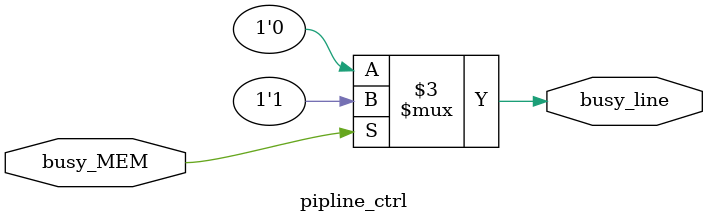
<source format=v>
module pipline_ctrl(
	input wire busy_MEM,

	output reg busy_line
);

always @* begin
	if(busy_MEM)
		busy_line <= 1'b1;
	else begin
		busy_line <= 1'b0;
	end
end

endmodule

</source>
